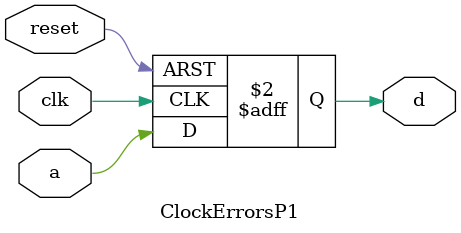
<source format=v>
module ClockErrorsP1(input wire clk,
                   input wire reset,
                   input wire a,
                   output reg d);
always@(posedge clk or posedge reset)begin
    if(reset)begin
      d <= 1'b0;
    end
    else begin
      d <= a;
    end
  end
endmodule


</source>
